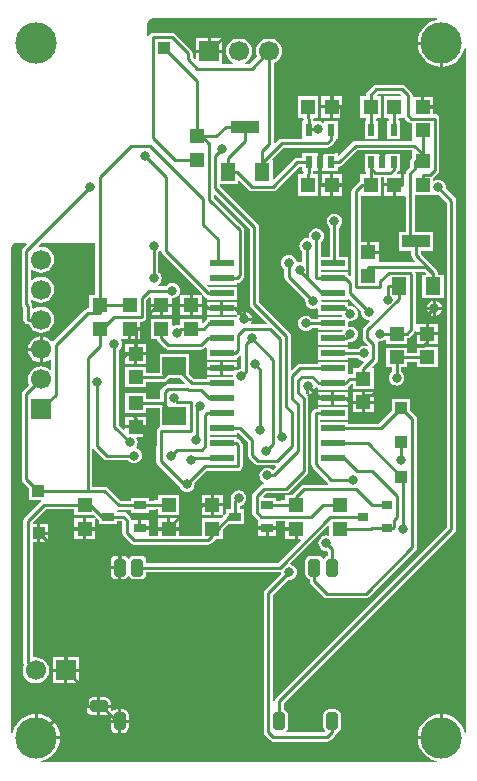
<source format=gtl>
%FSLAX44Y44*%
%MOMM*%
G71*
G01*
G75*
G04 Layer_Physical_Order=1*
G04 Layer_Color=255*
%ADD10R,1.3000X1.2000*%
%ADD11R,1.0000X1.0000*%
%ADD12R,1.0000X0.8000*%
%ADD13R,2.0000X1.6000*%
%ADD14R,1.0000X1.0000*%
G04:AMPARAMS|DCode=15|XSize=1.5mm|YSize=1mm|CornerRadius=0.25mm|HoleSize=0mm|Usage=FLASHONLY|Rotation=270.000|XOffset=0mm|YOffset=0mm|HoleType=Round|Shape=RoundedRectangle|*
%AMROUNDEDRECTD15*
21,1,1.5000,0.5000,0,0,270.0*
21,1,1.0000,1.0000,0,0,270.0*
1,1,0.5000,-0.2500,-0.5000*
1,1,0.5000,-0.2500,0.5000*
1,1,0.5000,0.2500,0.5000*
1,1,0.5000,0.2500,-0.5000*
%
%ADD15ROUNDEDRECTD15*%
G04:AMPARAMS|DCode=16|XSize=1.5mm|YSize=1mm|CornerRadius=0.25mm|HoleSize=0mm|Usage=FLASHONLY|Rotation=180.000|XOffset=0mm|YOffset=0mm|HoleType=Round|Shape=RoundedRectangle|*
%AMROUNDEDRECTD16*
21,1,1.5000,0.5000,0,0,180.0*
21,1,1.0000,1.0000,0,0,180.0*
1,1,0.5000,-0.5000,0.2500*
1,1,0.5000,0.5000,0.2500*
1,1,0.5000,0.5000,-0.2500*
1,1,0.5000,-0.5000,-0.2500*
%
%ADD16ROUNDEDRECTD16*%
%ADD17R,2.0000X0.6000*%
%ADD18R,0.9000X0.8000*%
%ADD19R,1.3000X1.5000*%
%ADD20R,2.4000X1.1000*%
%ADD21R,1.2000X1.3000*%
%ADD22R,0.6000X1.0000*%
%ADD23C,0.2540*%
%ADD24C,1.7000*%
%ADD25R,1.7000X1.7000*%
%ADD26R,1.7000X1.7000*%
%ADD27C,3.5000*%
%ADD28C,0.8000*%
G36*
X1362040Y855460D02*
X1364536Y855460D01*
X1364559Y855450D01*
X1366266Y855226D01*
X1367240Y855354D01*
X1373557Y849037D01*
Y574271D01*
X1228753Y429467D01*
X1227911Y428207D01*
X1227651Y426896D01*
X1226387Y427020D01*
Y516805D01*
X1239054Y529472D01*
X1240028Y529344D01*
X1241735Y529568D01*
X1243326Y530227D01*
X1244692Y531276D01*
X1245741Y532642D01*
X1246400Y534233D01*
X1246624Y535940D01*
X1246400Y537647D01*
X1245741Y539238D01*
X1244692Y540604D01*
X1243326Y541653D01*
X1241735Y542312D01*
X1241524Y542340D01*
X1241116Y543542D01*
X1272787Y575213D01*
X1273960Y574727D01*
Y567817D01*
X1273005Y566979D01*
X1271524Y567174D01*
X1269817Y566950D01*
X1268226Y566291D01*
X1266860Y565242D01*
X1265811Y563876D01*
X1265152Y562285D01*
X1264928Y560578D01*
X1265152Y558871D01*
X1265811Y557280D01*
X1266860Y555914D01*
X1268226Y554865D01*
X1269817Y554206D01*
X1271524Y553982D01*
X1271660Y553999D01*
X1272615Y553162D01*
Y549863D01*
X1272033Y549748D01*
X1270366Y548633D01*
X1269635Y547539D01*
X1268365D01*
X1267634Y548633D01*
X1265967Y549748D01*
X1264000Y550139D01*
X1259000D01*
X1257034Y549748D01*
X1255367Y548633D01*
X1254253Y546966D01*
X1253861Y545000D01*
Y535000D01*
X1254253Y533033D01*
X1255367Y531366D01*
X1257034Y530252D01*
X1257616Y530137D01*
Y528320D01*
X1257616Y528320D01*
X1257616D01*
X1257911Y526833D01*
X1258753Y525573D01*
X1269421Y514905D01*
X1270682Y514063D01*
X1272168Y513767D01*
X1304798D01*
X1306285Y514063D01*
X1307545Y514905D01*
X1307545Y514905D01*
X1307545Y514905D01*
X1347169Y554529D01*
X1348011Y555789D01*
X1348307Y557276D01*
X1348307Y557276D01*
X1348307Y557276D01*
Y557276D01*
Y665578D01*
X1348011Y667065D01*
X1347169Y668325D01*
X1342540Y672954D01*
Y682540D01*
X1327460D01*
Y672954D01*
X1316241Y661734D01*
X1289540D01*
Y663390D01*
X1266519D01*
Y665010D01*
X1289540D01*
Y676090D01*
X1264460D01*
Y674435D01*
X1262634D01*
X1261147Y674139D01*
X1259887Y673297D01*
X1259045Y672036D01*
X1258749Y670550D01*
Y627380D01*
X1258749Y627380D01*
X1258749D01*
X1259045Y625893D01*
X1259887Y624633D01*
X1273095Y611425D01*
X1273128Y611404D01*
X1272759Y610188D01*
X1252864D01*
X1251377Y609893D01*
X1250117Y609050D01*
X1243253Y602187D01*
X1242821Y601540D01*
X1236960D01*
Y596885D01*
X1233924D01*
X1232437Y596589D01*
X1232132Y596385D01*
X1229040D01*
Y599040D01*
X1218587D01*
X1218101Y600214D01*
X1220809Y602921D01*
X1237742D01*
X1239229Y603217D01*
X1240489Y604059D01*
X1240489Y604059D01*
X1240489Y604059D01*
X1255221Y618791D01*
X1256063Y620051D01*
X1256359Y621538D01*
X1256359Y621538D01*
X1256359Y621538D01*
Y621538D01*
Y683260D01*
X1256063Y684747D01*
X1255221Y686007D01*
X1255221Y686007D01*
X1255221Y686007D01*
X1255213Y686016D01*
X1255776Y687077D01*
X1254506Y687244D01*
Y693677D01*
X1257046D01*
Y687245D01*
X1257483Y687302D01*
X1259074Y687961D01*
X1260440Y689010D01*
X1261489Y690376D01*
X1262148Y691967D01*
X1262183Y692238D01*
X1263340Y692763D01*
X1263941Y692361D01*
X1264460Y692258D01*
Y690410D01*
X1289540D01*
Y692544D01*
X1290527Y693203D01*
X1292787Y695463D01*
X1293960Y694977D01*
Y691460D01*
X1312040D01*
Y708540D01*
X1310751D01*
X1310265Y709713D01*
X1314085Y713533D01*
X1314927Y714793D01*
X1315223Y716280D01*
X1315223Y716280D01*
X1315223Y716280D01*
Y716280D01*
Y729170D01*
X1314927Y730657D01*
X1316314Y731583D01*
X1316736Y731528D01*
X1318443Y731752D01*
X1320034Y732411D01*
X1320821Y733015D01*
X1321960Y732453D01*
Y729460D01*
X1340040D01*
Y734178D01*
X1341213Y734411D01*
X1342473Y735253D01*
X1346153Y738933D01*
X1346745Y739819D01*
X1347960Y739450D01*
Y739270D01*
X1355730D01*
Y746540D01*
X1348189D01*
X1348189Y746540D01*
Y746540D01*
X1347960Y746540D01*
X1347291Y747209D01*
Y788416D01*
X1346995Y789903D01*
X1347317Y790506D01*
X1354751D01*
X1356044Y789213D01*
X1355558Y788040D01*
X1352960D01*
Y767960D01*
X1371040D01*
Y788040D01*
X1365885D01*
Y788751D01*
X1365885Y788751D01*
X1365885Y788751D01*
Y788751D01*
Y789686D01*
X1365589Y791173D01*
X1364747Y792433D01*
X1351385Y805795D01*
Y808210D01*
X1362040D01*
Y824290D01*
X1346529D01*
Y855460D01*
X1362040D01*
Y855460D01*
D02*
G37*
G36*
X1320460Y865270D02*
X1329003D01*
Y864002D01*
X1330270D01*
Y854960D01*
X1337540D01*
Y854960D01*
X1337861D01*
X1338759Y854062D01*
Y824290D01*
X1332960D01*
Y808210D01*
X1343615D01*
Y804186D01*
X1343911Y802699D01*
X1344753Y801439D01*
X1346743Y799449D01*
X1346257Y798275D01*
X1316040D01*
Y798460D01*
X1316040D01*
Y805730D01*
X1306998D01*
Y806998D01*
X1305730D01*
Y815540D01*
X1300555D01*
Y854960D01*
X1317540D01*
Y870425D01*
X1320460D01*
Y865270D01*
D02*
G37*
G36*
X1125000Y1005000D02*
Y1005000D01*
X1364864D01*
X1365051Y1003744D01*
X1361294Y1002604D01*
X1357812Y1000743D01*
X1354761Y998239D01*
X1352257Y995188D01*
X1350396Y991706D01*
X1349250Y987929D01*
X1348988Y985270D01*
X1369003D01*
Y984003D01*
X1370270D01*
Y963988D01*
X1372929Y964250D01*
X1376706Y965396D01*
X1380188Y967257D01*
X1383239Y969761D01*
X1385743Y972813D01*
X1387604Y976294D01*
X1388744Y980051D01*
X1390000Y979864D01*
Y400136D01*
X1388744Y399950D01*
X1387604Y403706D01*
X1385743Y407188D01*
X1383239Y410239D01*
X1380188Y412743D01*
X1376706Y414604D01*
X1372929Y415750D01*
X1370270Y416012D01*
Y395998D01*
X1369003D01*
Y394730D01*
X1348988D01*
X1349250Y392072D01*
X1350396Y388294D01*
X1352257Y384813D01*
X1354761Y381761D01*
X1357812Y379257D01*
X1361294Y377396D01*
X1365051Y376256D01*
X1364865Y375000D01*
X1030135D01*
X1029949Y376256D01*
X1033706Y377396D01*
X1037188Y379257D01*
X1040239Y381761D01*
X1042743Y384813D01*
X1044604Y388294D01*
X1045750Y392072D01*
X1046012Y394730D01*
X1025997D01*
Y395998D01*
X1024730D01*
Y416012D01*
X1022072Y415750D01*
X1018294Y414604D01*
X1014812Y412743D01*
X1011761Y410239D01*
X1009257Y407188D01*
X1007396Y403706D01*
X1006254Y399941D01*
X1004997Y400127D01*
X1004902Y810000D01*
X1005290Y811951D01*
X1006395Y813605D01*
X1008049Y814710D01*
X1009904Y815079D01*
X1010000Y815000D01*
Y815000D01*
X1010000Y815000D01*
X1017644Y814993D01*
X1018130Y813819D01*
X1014777Y810467D01*
X1013935Y809207D01*
X1013639Y807720D01*
Y763016D01*
X1013935Y761529D01*
X1014777Y760269D01*
X1014909Y760137D01*
Y749850D01*
X1015205Y748364D01*
X1016047Y747103D01*
X1017307Y746261D01*
X1018794Y745965D01*
X1019660D01*
X1020357Y744283D01*
X1022126Y741976D01*
X1024432Y740207D01*
X1027118Y739094D01*
X1030000Y738715D01*
X1032882Y739094D01*
X1035568Y740207D01*
X1037874Y741976D01*
X1039643Y744283D01*
X1040756Y746968D01*
X1041135Y749850D01*
X1040756Y752732D01*
X1039643Y755418D01*
X1037874Y757724D01*
X1035568Y759494D01*
X1032882Y760606D01*
X1030000Y760985D01*
X1027118Y760606D01*
X1024432Y759494D01*
X1023818Y759022D01*
X1022679Y759584D01*
Y761746D01*
X1022383Y763233D01*
X1021541Y764493D01*
X1021409Y764625D01*
Y766491D01*
X1022548Y767053D01*
X1024432Y765607D01*
X1027118Y764494D01*
X1030000Y764115D01*
X1032882Y764494D01*
X1035568Y765607D01*
X1037874Y767376D01*
X1039643Y769682D01*
X1040756Y772368D01*
X1041135Y775250D01*
X1040756Y778132D01*
X1039643Y780818D01*
X1037874Y783124D01*
X1035568Y784894D01*
X1032882Y786006D01*
X1030000Y786385D01*
X1027118Y786006D01*
X1024432Y784894D01*
X1022548Y783447D01*
X1021409Y784009D01*
Y791891D01*
X1022548Y792453D01*
X1024432Y791007D01*
X1027118Y789894D01*
X1030000Y789515D01*
X1032882Y789894D01*
X1035568Y791007D01*
X1037874Y792776D01*
X1039643Y795082D01*
X1040756Y797768D01*
X1041135Y800650D01*
X1040756Y803532D01*
X1039643Y806218D01*
X1037874Y808524D01*
X1035568Y810294D01*
X1032882Y811406D01*
X1030000Y811785D01*
X1028599Y811601D01*
X1028038Y812740D01*
X1030279Y814981D01*
X1076115Y814938D01*
Y770540D01*
X1070960D01*
Y759535D01*
X1069594D01*
X1068107Y759239D01*
X1066847Y758397D01*
X1039966Y731516D01*
X1038699Y731599D01*
X1037874Y732674D01*
X1035568Y734444D01*
X1032882Y735556D01*
X1031270Y735768D01*
Y724798D01*
Y713832D01*
X1032882Y714044D01*
X1035568Y715157D01*
X1037392Y716557D01*
X1038531Y715995D01*
Y708205D01*
X1037392Y707643D01*
X1035568Y709044D01*
X1032882Y710156D01*
X1030000Y710535D01*
X1027118Y710156D01*
X1024432Y709044D01*
X1022126Y707274D01*
X1020357Y704968D01*
X1019244Y702282D01*
X1018865Y699400D01*
X1019244Y696518D01*
X1019941Y694835D01*
X1014777Y689671D01*
X1013935Y688411D01*
X1013639Y686924D01*
Y614816D01*
X1013639Y614816D01*
X1013639D01*
X1013935Y613330D01*
X1014777Y612069D01*
X1020110Y606736D01*
Y597150D01*
X1029586D01*
X1029955Y595935D01*
X1029673Y595747D01*
X1016301Y582375D01*
X1015459Y581115D01*
X1015163Y579628D01*
Y459552D01*
X1015459Y458065D01*
X1015638Y457798D01*
X1014844Y455882D01*
X1014465Y453000D01*
X1014844Y450118D01*
X1015957Y447432D01*
X1017726Y445126D01*
X1020033Y443356D01*
X1022718Y442244D01*
X1025600Y441865D01*
X1028482Y442244D01*
X1031168Y443356D01*
X1033474Y445126D01*
X1035244Y447432D01*
X1036356Y450118D01*
X1036735Y453000D01*
X1036356Y455882D01*
X1035244Y458568D01*
X1033474Y460874D01*
X1031168Y462643D01*
X1028482Y463756D01*
X1025600Y464135D01*
X1023887Y463910D01*
X1022933Y464747D01*
Y561460D01*
X1026730D01*
Y568998D01*
Y576540D01*
X1022933D01*
Y578019D01*
X1034029Y589115D01*
X1057960D01*
Y584460D01*
X1074672D01*
X1076419Y582713D01*
X1075933Y581540D01*
X1075933Y581540D01*
X1075933D01*
X1068270D01*
Y574270D01*
X1076040D01*
Y581433D01*
X1076852Y581769D01*
X1077214Y581919D01*
X1078879Y580253D01*
X1078960Y580199D01*
Y576460D01*
X1094040D01*
Y579115D01*
X1098211D01*
X1098983Y578343D01*
Y568960D01*
X1098983Y568960D01*
X1098983D01*
X1099279Y567473D01*
X1100121Y566213D01*
X1105963Y560371D01*
X1107223Y559529D01*
X1108710Y559233D01*
X1171698D01*
X1173185Y559529D01*
X1174445Y560371D01*
X1174445Y560371D01*
X1174445Y560371D01*
X1177747Y563673D01*
X1178273Y564460D01*
X1184040D01*
Y571970D01*
X1188530Y576460D01*
X1202040D01*
Y589540D01*
X1198385D01*
Y592281D01*
X1199063Y592370D01*
X1200654Y593029D01*
X1202020Y594078D01*
X1203069Y595444D01*
X1203728Y597035D01*
X1203952Y598742D01*
X1203728Y600449D01*
X1203069Y602040D01*
X1202020Y603406D01*
X1200654Y604455D01*
X1199063Y605114D01*
X1197356Y605338D01*
X1195649Y605114D01*
X1194058Y604455D01*
X1192692Y603406D01*
X1191643Y602040D01*
X1190984Y600449D01*
X1190760Y598742D01*
X1190935Y597409D01*
X1190911Y597373D01*
X1190615Y595886D01*
Y589540D01*
X1186960D01*
Y585834D01*
X1186829Y585747D01*
X1185213Y584131D01*
X1184802Y584302D01*
X1184040Y584617D01*
X1184040D01*
D01*
D01*
Y591730D01*
X1176270D01*
Y584460D01*
X1183772D01*
X1183893Y584436D01*
X1184224Y583636D01*
X1184369Y583287D01*
X1182622Y581540D01*
X1165960D01*
Y567003D01*
X1147040D01*
Y571730D01*
X1128960D01*
Y567003D01*
X1121040D01*
Y572230D01*
X1113497D01*
Y573498D01*
X1112230D01*
Y580040D01*
X1106735D01*
X1106457Y581439D01*
X1105615Y582699D01*
X1102567Y585747D01*
X1101307Y586589D01*
X1099820Y586885D01*
X1094600D01*
X1094172Y588080D01*
X1095022Y588778D01*
X1095838Y588616D01*
X1105960D01*
Y585960D01*
X1121040D01*
Y588616D01*
X1125474D01*
X1126961Y588911D01*
X1127266Y589115D01*
X1128960D01*
Y584460D01*
X1147040D01*
Y601540D01*
X1128960D01*
Y596885D01*
X1125974D01*
X1124487Y596589D01*
X1124182Y596385D01*
X1121040D01*
Y599040D01*
X1105960D01*
Y596385D01*
X1097447D01*
X1086395Y607437D01*
X1085134Y608279D01*
X1083648Y608575D01*
X1073479D01*
Y640058D01*
X1074694Y640427D01*
X1074721Y640386D01*
X1083108Y631999D01*
X1083108D01*
X1083108Y631999D01*
X1083108Y631999D01*
Y631999D01*
X1084369Y631157D01*
X1085855Y630861D01*
X1103701D01*
X1104300Y630082D01*
X1105666Y629033D01*
X1107257Y628374D01*
X1108964Y628150D01*
X1110671Y628374D01*
X1112262Y629033D01*
X1113628Y630082D01*
X1114677Y631448D01*
X1115336Y633039D01*
X1115560Y634746D01*
X1115336Y636453D01*
X1114677Y638044D01*
X1113628Y639410D01*
X1112262Y640459D01*
X1110671Y641118D01*
X1109826Y641229D01*
X1109818Y641258D01*
X1110867Y642624D01*
X1111526Y644215D01*
X1111750Y645922D01*
X1111526Y647629D01*
X1110867Y649220D01*
X1110789Y649321D01*
X1111351Y650460D01*
X1119040D01*
Y657730D01*
X1100960D01*
Y657269D01*
X1099787Y656783D01*
X1095831Y660739D01*
Y724225D01*
X1096610Y724824D01*
X1097659Y726190D01*
X1098318Y727781D01*
X1098542Y729488D01*
X1098318Y731195D01*
X1097659Y732786D01*
X1097991Y733460D01*
X1103730D01*
Y742003D01*
X1104997D01*
Y743270D01*
X1114040D01*
Y748209D01*
X1115314D01*
X1116801Y748505D01*
X1118061Y749347D01*
X1118903Y750607D01*
X1119199Y752094D01*
Y766487D01*
X1121786Y769075D01*
X1122960Y768589D01*
Y763270D01*
X1141040D01*
Y767690D01*
X1141222Y767850D01*
X1142929Y768074D01*
X1144520Y768733D01*
X1145886Y769782D01*
X1146757Y770917D01*
X1147960Y770508D01*
Y763270D01*
X1155730D01*
Y770540D01*
X1147960D01*
X1147960Y770540D01*
X1147960D01*
X1146935Y771148D01*
X1147594Y772739D01*
X1147818Y774446D01*
X1147594Y776153D01*
X1146935Y777744D01*
X1145886Y779110D01*
X1144520Y780159D01*
X1142929Y780818D01*
X1141222Y781042D01*
X1139515Y780818D01*
X1137924Y780159D01*
X1136558Y779110D01*
X1135959Y778331D01*
X1129683D01*
X1129275Y779533D01*
X1130138Y780196D01*
X1131187Y781562D01*
X1131846Y783153D01*
X1132070Y784860D01*
X1131846Y786567D01*
X1131187Y788158D01*
X1130138Y789524D01*
X1129359Y790123D01*
Y807283D01*
X1130138Y807882D01*
X1130697Y808610D01*
X1131900Y808202D01*
Y807824D01*
X1132195Y806337D01*
X1133037Y805077D01*
X1166401Y771713D01*
X1165915Y770540D01*
X1158270D01*
Y763270D01*
X1166040D01*
Y770415D01*
X1167213Y770901D01*
X1168711Y769403D01*
X1169972Y768561D01*
X1170460Y768464D01*
Y766610D01*
X1195540D01*
Y777690D01*
X1171412D01*
X1170332Y778770D01*
Y779182D01*
X1170460Y779310D01*
X1170479Y779310D01*
X1170479Y779310D01*
Y779310D01*
X1195540D01*
Y780965D01*
X1195822D01*
X1197308Y781261D01*
X1198569Y782103D01*
X1201119Y784653D01*
X1201961Y785913D01*
X1202257Y787400D01*
Y825436D01*
X1201961Y826923D01*
X1201119Y828183D01*
X1176349Y852953D01*
Y855146D01*
X1177522Y855632D01*
X1206679Y826475D01*
Y763270D01*
X1206679Y763270D01*
X1206679D01*
X1206975Y761783D01*
X1207817Y760523D01*
X1221348Y746992D01*
X1220862Y745819D01*
X1208639D01*
X1207933Y746875D01*
X1208554Y748372D01*
X1208611Y748810D01*
X1202179D01*
Y750077D01*
X1200912D01*
Y756509D01*
X1200475Y756451D01*
X1198884Y755792D01*
X1197518Y754744D01*
X1196983Y754047D01*
X1196253Y753900D01*
X1195611Y754118D01*
X1195611D01*
D01*
X1195540Y754142D01*
Y758180D01*
X1184270D01*
Y753910D01*
X1195540D01*
D01*
Y753910D01*
D01*
Y753910D01*
X1195540D01*
D01*
X1196226Y753517D01*
X1195900Y752290D01*
X1195540D01*
Y752290D01*
X1170460D01*
Y750042D01*
X1169643Y749497D01*
X1167213Y747066D01*
X1166040Y747552D01*
Y750540D01*
X1147960D01*
Y745747D01*
X1147168Y745589D01*
X1146766Y745321D01*
X1145540Y745482D01*
X1143833Y745258D01*
X1142242Y744599D01*
X1142179Y744550D01*
X1141040Y745112D01*
Y750540D01*
X1122960D01*
Y733460D01*
X1128260D01*
X1128346Y733026D01*
X1128411Y732702D01*
X1129253Y731442D01*
X1135173Y725522D01*
X1136433Y724680D01*
X1137920Y724384D01*
X1165657D01*
X1167143Y724680D01*
X1168404Y725522D01*
X1168404Y725522D01*
X1168404Y725522D01*
X1169287Y726405D01*
X1170460Y725919D01*
Y715810D01*
X1195540D01*
Y717712D01*
X1195784Y717761D01*
X1197045Y718603D01*
X1198140Y719698D01*
X1199313Y719212D01*
Y708355D01*
X1197935Y708174D01*
X1196596Y707619D01*
X1195540Y708324D01*
Y707380D01*
X1184270D01*
Y703110D01*
X1192255D01*
X1192661Y702647D01*
X1192137Y701490D01*
X1170460D01*
Y699835D01*
X1159409D01*
X1155540Y703704D01*
Y721290D01*
X1130460D01*
Y704884D01*
X1119040D01*
Y709540D01*
X1100960D01*
Y692460D01*
X1119040D01*
Y697115D01*
X1133250D01*
X1134736Y697411D01*
X1135997Y698253D01*
X1135997Y698253D01*
X1135997Y698253D01*
X1137954Y700210D01*
X1148046D01*
X1152128Y696128D01*
X1151642Y694955D01*
X1137412D01*
X1135925Y694659D01*
X1134665Y693817D01*
X1131935Y691087D01*
X1131093Y689827D01*
X1130797Y688340D01*
Y682885D01*
X1119040D01*
Y687540D01*
X1100960D01*
Y670460D01*
X1119040D01*
Y675115D01*
X1130460D01*
Y659196D01*
X1130387Y659183D01*
X1130364Y659168D01*
X1130337Y659163D01*
X1129729Y658757D01*
X1129115Y658358D01*
X1129100Y658336D01*
X1129077Y658321D01*
X1128671Y657713D01*
X1128256Y657110D01*
X1128250Y657083D01*
X1128235Y657061D01*
X1128092Y656343D01*
X1127940Y655627D01*
X1127852Y649214D01*
X1127676Y636387D01*
D01*
X1127589Y629973D01*
X1127594Y629947D01*
X1127588Y629920D01*
X1127731Y629203D01*
X1127864Y628483D01*
X1127879Y628460D01*
X1127884Y628433D01*
X1128291Y627825D01*
X1128689Y627211D01*
X1128711Y627196D01*
X1128726Y627173D01*
X1147012Y608888D01*
X1147042Y608655D01*
X1147701Y607064D01*
X1148750Y605698D01*
X1150116Y604649D01*
X1151707Y603990D01*
X1153414Y603766D01*
X1155121Y603990D01*
X1156712Y604649D01*
X1158078Y605698D01*
X1159127Y607064D01*
X1159786Y608655D01*
X1160010Y610362D01*
X1159882Y611336D01*
X1170263Y621717D01*
X1196848D01*
X1198335Y622013D01*
X1199595Y622855D01*
X1200437Y624115D01*
X1200733Y625602D01*
Y643636D01*
X1200437Y645123D01*
X1199595Y646383D01*
X1198081Y647897D01*
X1196821Y648739D01*
X1195540Y648994D01*
Y650690D01*
X1173047D01*
Y652310D01*
X1195540D01*
Y653965D01*
X1197271D01*
X1205155Y646081D01*
Y635508D01*
X1205155Y635508D01*
X1205155D01*
X1205451Y634021D01*
X1206293Y632761D01*
X1211373Y627681D01*
X1212633Y626839D01*
X1214120Y626543D01*
X1228436D01*
X1228922Y625370D01*
X1226195Y622644D01*
X1226150Y622646D01*
X1224784Y623695D01*
X1223193Y624354D01*
X1221486Y624578D01*
X1219779Y624354D01*
X1218188Y623695D01*
X1216822Y622646D01*
X1215773Y621280D01*
X1215114Y619689D01*
X1214890Y617982D01*
X1215114Y616275D01*
X1215773Y614684D01*
X1216822Y613318D01*
X1218188Y612269D01*
X1219070Y611904D01*
X1218945Y610640D01*
X1217713Y610395D01*
X1216453Y609553D01*
X1209849Y602949D01*
X1209007Y601689D01*
X1208711Y600202D01*
Y586740D01*
X1208711Y586740D01*
X1208711D01*
X1209007Y585253D01*
X1209849Y583993D01*
X1213405Y580437D01*
X1213967Y580062D01*
X1213960Y580040D01*
X1213960D01*
X1213960Y580040D01*
Y574770D01*
X1229040D01*
Y579299D01*
X1236960D01*
Y574270D01*
X1246003D01*
Y573003D01*
X1247270D01*
Y564460D01*
X1249387D01*
X1249873Y563287D01*
X1230475Y543889D01*
X1119139D01*
Y545000D01*
X1118747Y546966D01*
X1117634Y548633D01*
X1115966Y549748D01*
X1114000Y550139D01*
X1109000D01*
X1107033Y549748D01*
X1105366Y548633D01*
X1104635Y547539D01*
X1103365D01*
X1102634Y548633D01*
X1100967Y549748D01*
X1099000Y550139D01*
X1097770D01*
Y539997D01*
Y529861D01*
X1099000D01*
X1100967Y530252D01*
X1102634Y531366D01*
X1103365Y532461D01*
X1104635D01*
X1105366Y531366D01*
X1107033Y530252D01*
X1109000Y529861D01*
X1114000D01*
X1115966Y530252D01*
X1117634Y531366D01*
X1118747Y533033D01*
X1119139Y535000D01*
Y536119D01*
X1232084D01*
X1232463Y536195D01*
X1233020Y535796D01*
X1233124Y534530D01*
X1219755Y521161D01*
X1218913Y519901D01*
X1218617Y518414D01*
Y400812D01*
X1218617Y400812D01*
X1218617D01*
X1218913Y399325D01*
X1219755Y398065D01*
X1224073Y393747D01*
X1224073D01*
X1224073Y393747D01*
X1224073Y393747D01*
Y393747D01*
X1225333Y392905D01*
X1226820Y392609D01*
X1272540D01*
X1274027Y392905D01*
X1275287Y393747D01*
X1279247Y397707D01*
X1280089Y398967D01*
X1280143Y399241D01*
X1280319Y400124D01*
X1280966Y400253D01*
X1282634Y401367D01*
X1283747Y403034D01*
X1284139Y405000D01*
Y415000D01*
X1283747Y416967D01*
X1282634Y418634D01*
X1280966Y419748D01*
X1279000Y420139D01*
X1274000D01*
X1272033Y419748D01*
X1270366Y418634D01*
X1269252Y416967D01*
X1268861Y415000D01*
Y405000D01*
X1269252Y403034D01*
X1270278Y401499D01*
X1269679Y400379D01*
X1238321D01*
X1237722Y401499D01*
X1238748Y403034D01*
X1239139Y405000D01*
Y415000D01*
X1238748Y416967D01*
X1237634Y418634D01*
X1235967Y419748D01*
X1235385Y419864D01*
Y425111D01*
X1380189Y569915D01*
X1381031Y571175D01*
X1381080Y571422D01*
X1381327Y572662D01*
Y850646D01*
X1381031Y852133D01*
X1380189Y853393D01*
X1372734Y860848D01*
X1372862Y861822D01*
X1372638Y863529D01*
X1371979Y865120D01*
X1370930Y866486D01*
X1369564Y867535D01*
X1367973Y868194D01*
X1366266Y868418D01*
X1364559Y868194D01*
X1363096Y867588D01*
X1362040Y868293D01*
Y869374D01*
X1366219Y873553D01*
X1367061Y874813D01*
X1367061Y874813D01*
X1367061Y874813D01*
X1367357Y876300D01*
Y919988D01*
X1367061Y921475D01*
X1366219Y922735D01*
X1364959Y923577D01*
X1363472Y923873D01*
X1362040D01*
Y928730D01*
X1352997D01*
Y929998D01*
X1351730D01*
Y938540D01*
X1344751D01*
Y939800D01*
X1344455Y941287D01*
X1343613Y942547D01*
X1338533Y947627D01*
X1337273Y948469D01*
X1335786Y948765D01*
X1313942D01*
X1312702Y948518D01*
X1312455Y948469D01*
X1311195Y947627D01*
X1306253Y942685D01*
X1305411Y941425D01*
X1305116Y939938D01*
Y939040D01*
X1300460D01*
Y920960D01*
X1305116D01*
Y920488D01*
X1305357Y919272D01*
X1304801Y918593D01*
X1304347Y918290D01*
X1303960D01*
Y903210D01*
X1315040D01*
Y918290D01*
X1313385D01*
Y919988D01*
X1313375Y920035D01*
X1314135Y920960D01*
X1317540D01*
Y939040D01*
X1315255D01*
X1314769Y940213D01*
X1315551Y940995D01*
X1334140D01*
X1334845Y939939D01*
X1334473Y939040D01*
X1320460D01*
Y920960D01*
X1323817D01*
X1324615Y919988D01*
Y918290D01*
X1322960D01*
Y903210D01*
X1334040D01*
Y918290D01*
X1333654D01*
X1333199Y918595D01*
X1332643Y919272D01*
X1332885Y920488D01*
Y920960D01*
X1337501D01*
X1337817Y920488D01*
X1338119Y920035D01*
X1340913Y917241D01*
X1342173Y916399D01*
X1342420Y916350D01*
X1343660Y916103D01*
X1343960D01*
Y901460D01*
D01*
Y901460D01*
X1343525Y901025D01*
X1296280D01*
X1294794Y900729D01*
X1293533Y899887D01*
X1282213Y888567D01*
X1281040Y889053D01*
Y890790D01*
X1267270D01*
Y883247D01*
Y875710D01*
X1281040D01*
Y879273D01*
X1282298D01*
X1283785Y879569D01*
X1285045Y880411D01*
X1297889Y893255D01*
X1343960D01*
Y892540D01*
X1343960D01*
Y886916D01*
X1343707Y886747D01*
X1342865Y885487D01*
X1342569Y884000D01*
Y879179D01*
X1339897Y876507D01*
X1339055Y875247D01*
X1338759Y873760D01*
Y873040D01*
X1337540D01*
Y873040D01*
X1331720D01*
X1331247Y874183D01*
X1332089Y875443D01*
X1332142Y875710D01*
X1334040D01*
Y890790D01*
X1320270D01*
Y883247D01*
X1317730D01*
Y890790D01*
X1303960D01*
Y875710D01*
X1303960D01*
X1305388Y874754D01*
X1305409Y874728D01*
X1305116Y873252D01*
Y873040D01*
X1300460D01*
Y867453D01*
X1299403Y866747D01*
X1293923Y861267D01*
X1293081Y860007D01*
X1292785Y858520D01*
Y786998D01*
X1291612Y786512D01*
X1290527Y787597D01*
X1289540Y788256D01*
Y790390D01*
X1267074D01*
Y792010D01*
X1289540D01*
Y803090D01*
X1282267D01*
Y827857D01*
X1283046Y828456D01*
X1284095Y829822D01*
X1284754Y831413D01*
X1284978Y833120D01*
X1284754Y834827D01*
X1284095Y836418D01*
X1283046Y837784D01*
X1281680Y838833D01*
X1280089Y839492D01*
X1278382Y839716D01*
X1276675Y839492D01*
X1275084Y838833D01*
X1273718Y837784D01*
X1272669Y836418D01*
X1272010Y834827D01*
X1271786Y833120D01*
X1272010Y831413D01*
X1272669Y829822D01*
X1273718Y828456D01*
X1274497Y827857D01*
Y803090D01*
X1267074D01*
Y815348D01*
X1267854Y815946D01*
X1268902Y817312D01*
X1269561Y818903D01*
X1269786Y820611D01*
X1269561Y822318D01*
X1268902Y823909D01*
X1267854Y825275D01*
X1266488Y826323D01*
X1264897Y826982D01*
X1263190Y827207D01*
X1261482Y826982D01*
X1259892Y826323D01*
X1258525Y825275D01*
X1257477Y823909D01*
X1256818Y822318D01*
X1256593Y820611D01*
X1256677Y819973D01*
X1255779Y819075D01*
X1255268Y819142D01*
X1253561Y818918D01*
X1251970Y818259D01*
X1250604Y817210D01*
X1249555Y815844D01*
X1248896Y814253D01*
X1248672Y812546D01*
X1248896Y810839D01*
X1249555Y809248D01*
X1250604Y807882D01*
X1251383Y807283D01*
Y799494D01*
X1250428Y798657D01*
X1249172Y798822D01*
X1247465Y798598D01*
X1247293Y798527D01*
X1246193Y799162D01*
X1246146Y799521D01*
X1245487Y801112D01*
X1244438Y802478D01*
X1243072Y803527D01*
X1241481Y804186D01*
X1239774Y804410D01*
X1238067Y804186D01*
X1236476Y803527D01*
X1235110Y802478D01*
X1234061Y801112D01*
X1233402Y799521D01*
X1233178Y797814D01*
X1233402Y796107D01*
X1234061Y794516D01*
X1235110Y793150D01*
X1235889Y792551D01*
Y785876D01*
X1235889Y785876D01*
X1235889D01*
X1236185Y784389D01*
X1237027Y783129D01*
X1253880Y766276D01*
X1253752Y765302D01*
X1253976Y763595D01*
X1254635Y762004D01*
X1255684Y760638D01*
X1257050Y759589D01*
X1258641Y758930D01*
X1260348Y758706D01*
X1262055Y758930D01*
X1263404Y759489D01*
X1264460Y758783D01*
Y753910D01*
X1284509D01*
X1285033Y752753D01*
X1284626Y752290D01*
X1264460D01*
Y750635D01*
X1259504D01*
X1258906Y751414D01*
X1257540Y752462D01*
X1255949Y753121D01*
X1254242Y753346D01*
X1252535Y753121D01*
X1250944Y752462D01*
X1249577Y751414D01*
X1248529Y750048D01*
X1247870Y748457D01*
X1247645Y746750D01*
X1247870Y745043D01*
X1248529Y743452D01*
X1249577Y742085D01*
X1250944Y741037D01*
X1252535Y740378D01*
X1254242Y740153D01*
X1255949Y740378D01*
X1257540Y741037D01*
X1258906Y742085D01*
X1259504Y742865D01*
X1264460D01*
Y741210D01*
X1285111D01*
X1285445Y740710D01*
X1284846Y739590D01*
X1264460D01*
Y728510D01*
X1289540D01*
Y730416D01*
X1289764Y730461D01*
X1290125Y730702D01*
X1290805Y731156D01*
X1291844Y731020D01*
X1293551Y731244D01*
X1295142Y731903D01*
X1296508Y732952D01*
X1297557Y734318D01*
X1298216Y735909D01*
X1298440Y737616D01*
X1298216Y739323D01*
X1297557Y740914D01*
X1296508Y742280D01*
X1295142Y743329D01*
X1293551Y743988D01*
X1291844Y744212D01*
X1290495Y744035D01*
X1289540Y744872D01*
Y747632D01*
X1290495Y748469D01*
X1291844Y748292D01*
X1293551Y748516D01*
X1295142Y749175D01*
X1296508Y750224D01*
X1297557Y751590D01*
X1298216Y753181D01*
X1298440Y754888D01*
X1298216Y756595D01*
X1297557Y758186D01*
X1296508Y759552D01*
X1295142Y760601D01*
X1293551Y761260D01*
X1291844Y761484D01*
X1290870Y761356D01*
X1290029Y762197D01*
X1289540Y762523D01*
Y764990D01*
X1267853D01*
X1267329Y766147D01*
X1267735Y766610D01*
X1289540D01*
Y767057D01*
X1290714Y767543D01*
X1301124Y757132D01*
X1300996Y756158D01*
X1301220Y754451D01*
X1301879Y752860D01*
X1302928Y751494D01*
X1304294Y750445D01*
X1305885Y749786D01*
X1307592Y749562D01*
X1307853Y749596D01*
X1308415Y748457D01*
X1303511Y743553D01*
X1302669Y742293D01*
X1302373Y740806D01*
Y734250D01*
X1302669Y732763D01*
X1303511Y731503D01*
X1306429Y728586D01*
X1305744Y727561D01*
X1305647D01*
X1305235Y727732D01*
X1303528Y727956D01*
X1301821Y727732D01*
X1300230Y727073D01*
X1298864Y726024D01*
X1298257Y725235D01*
X1289540D01*
Y726890D01*
X1264460D01*
Y715810D01*
X1289540D01*
Y717465D01*
X1298273D01*
X1298864Y716696D01*
X1300230Y715647D01*
X1301821Y714988D01*
X1302811Y714858D01*
X1303220Y713655D01*
X1300253Y710689D01*
X1299411Y709429D01*
X1299234Y708540D01*
X1293960D01*
Y703885D01*
X1291830D01*
X1290590Y703638D01*
X1290522Y703624D01*
X1290075Y703992D01*
X1289540Y704791D01*
Y714190D01*
X1264460D01*
Y712534D01*
X1249680D01*
X1248193Y712239D01*
X1246933Y711397D01*
X1242864Y707327D01*
X1241691Y707814D01*
Y736028D01*
X1241395Y737515D01*
X1240553Y738775D01*
X1214449Y764879D01*
Y828084D01*
X1214153Y829571D01*
X1213311Y830831D01*
X1181429Y862713D01*
Y864960D01*
X1197040D01*
Y866893D01*
X1198213Y867379D01*
X1205755Y859837D01*
X1205755D01*
X1205755Y859837D01*
X1205755Y859837D01*
Y859837D01*
X1207015Y858995D01*
X1208502Y858699D01*
X1226312D01*
X1227799Y858995D01*
X1229059Y859837D01*
X1248587Y879365D01*
X1250960D01*
Y875710D01*
X1250960D01*
X1252388Y874754D01*
X1252409Y874728D01*
X1252115Y873252D01*
Y873040D01*
X1247460D01*
Y854960D01*
X1264540D01*
Y873040D01*
X1260969D01*
X1260385Y873752D01*
X1260385D01*
X1260385Y873752D01*
Y873752D01*
Y875710D01*
X1264730D01*
Y883247D01*
Y890790D01*
X1250960D01*
Y887135D01*
X1246978D01*
X1245738Y886888D01*
X1245491Y886839D01*
X1244231Y885997D01*
X1227213Y868979D01*
X1226040Y869465D01*
Y885040D01*
X1226040Y885040D01*
X1226040D01*
X1225730Y885789D01*
X1235309Y895369D01*
X1272380D01*
X1273867Y895665D01*
X1275127Y896507D01*
X1278247Y899627D01*
X1279089Y900888D01*
X1279385Y902374D01*
Y903210D01*
X1281040D01*
Y918290D01*
X1269960D01*
Y916774D01*
X1268821Y916212D01*
X1267710Y917065D01*
X1266119Y917724D01*
X1264412Y917948D01*
X1262705Y917724D01*
X1262040Y918168D01*
Y918290D01*
X1260385D01*
Y919988D01*
X1261182Y920960D01*
X1264540D01*
Y939040D01*
X1247460D01*
Y920960D01*
X1252115D01*
Y920488D01*
X1252357Y919272D01*
X1251801Y918593D01*
X1251347Y918290D01*
X1250960D01*
Y903210D01*
D01*
Y903210D01*
X1250889Y903139D01*
X1233700D01*
X1232460Y902892D01*
X1232214Y902843D01*
X1230954Y902001D01*
X1228108Y899156D01*
X1226935Y899641D01*
Y966909D01*
X1228618Y967606D01*
X1230924Y969376D01*
X1232693Y971682D01*
X1233806Y974368D01*
X1234185Y977250D01*
X1233806Y980132D01*
X1232693Y982817D01*
X1230924Y985124D01*
X1228618Y986893D01*
X1225932Y988006D01*
X1223050Y988385D01*
X1220168Y988006D01*
X1217483Y986893D01*
X1215176Y985124D01*
X1213407Y982817D01*
X1212294Y980132D01*
X1211915Y977250D01*
X1212294Y974368D01*
X1212991Y972685D01*
X1206597Y966291D01*
X1203296D01*
X1203048Y967536D01*
X1203218Y967606D01*
X1205524Y969376D01*
X1207293Y971682D01*
X1208406Y974368D01*
X1208785Y977250D01*
X1208406Y980132D01*
X1207293Y982817D01*
X1205524Y985124D01*
X1203218Y986893D01*
X1200532Y988006D01*
X1197650Y988385D01*
X1194768Y988006D01*
X1192083Y986893D01*
X1189776Y985124D01*
X1188007Y982817D01*
X1186894Y980132D01*
X1186515Y977250D01*
X1186894Y974368D01*
X1188007Y971682D01*
X1189776Y969376D01*
X1192083Y967606D01*
X1192252Y967536D01*
X1192004Y966291D01*
X1183290D01*
Y975980D01*
X1161210D01*
Y970653D01*
X1160037Y970167D01*
X1158315Y971889D01*
Y975360D01*
X1158019Y976847D01*
X1157177Y978107D01*
X1143715Y991569D01*
X1142455Y992411D01*
X1140968Y992707D01*
X1124966D01*
X1123479Y992411D01*
X1122219Y991569D01*
X1121377Y990309D01*
X1121264Y989740D01*
X1120000Y989864D01*
Y1000000D01*
X1120000D01*
X1119921Y1000096D01*
X1120290Y1001951D01*
X1121395Y1003605D01*
X1123049Y1004710D01*
X1124904Y1005079D01*
X1125000Y1005000D01*
D02*
G37*
%LPC*%
G36*
X1229040Y572230D02*
X1222770D01*
Y566960D01*
X1229040D01*
Y572230D01*
D02*
G37*
G36*
X1121040Y580040D02*
X1114770D01*
Y574770D01*
X1121040D01*
Y580040D01*
D02*
G37*
G36*
X1173730Y601540D02*
X1165960D01*
Y594270D01*
X1173730D01*
Y601540D01*
D02*
G37*
G36*
Y591730D02*
X1165960D01*
Y584460D01*
X1173730D01*
Y591730D01*
D02*
G37*
G36*
X1147040Y581540D02*
X1139270D01*
Y574270D01*
X1147040D01*
Y581540D01*
D02*
G37*
G36*
X1136730D02*
X1128960D01*
Y574270D01*
X1136730D01*
Y581540D01*
D02*
G37*
G36*
X1035540Y576540D02*
X1029270D01*
Y570270D01*
X1035540D01*
Y576540D01*
D02*
G37*
G36*
X1065730Y581540D02*
X1057960D01*
Y574270D01*
X1065730D01*
Y581540D01*
D02*
G37*
G36*
X1184040Y601540D02*
X1176270D01*
Y594270D01*
X1184040D01*
Y601540D01*
D02*
G37*
G36*
X1301730Y688540D02*
X1293960D01*
Y681270D01*
X1301730D01*
Y688540D01*
D02*
G37*
G36*
X1289540Y681980D02*
X1278270D01*
Y677710D01*
X1289540D01*
Y681980D01*
D02*
G37*
G36*
X1312040Y688540D02*
X1304270D01*
Y681270D01*
X1312040D01*
Y688540D01*
D02*
G37*
G36*
X1289540Y688790D02*
X1278270D01*
Y684520D01*
X1289540D01*
Y688790D01*
D02*
G37*
G36*
X1275730D02*
X1264460D01*
Y684520D01*
X1275730D01*
Y688790D01*
D02*
G37*
G36*
X1119040Y667540D02*
X1111270D01*
Y660270D01*
X1119040D01*
Y667540D01*
D02*
G37*
G36*
X1108730D02*
X1100960D01*
Y660270D01*
X1108730D01*
Y667540D01*
D02*
G37*
G36*
X1301730Y678730D02*
X1293960D01*
Y671460D01*
X1301730D01*
Y678730D01*
D02*
G37*
G36*
X1275730Y681980D02*
X1264460D01*
Y677710D01*
X1275730D01*
Y681980D01*
D02*
G37*
G36*
X1312040Y678730D02*
X1304270D01*
Y671460D01*
X1312040D01*
Y678730D01*
D02*
G37*
G36*
X1220230Y572230D02*
X1213960D01*
Y566960D01*
X1220230D01*
Y572230D01*
D02*
G37*
G36*
X1077730Y421230D02*
X1068861D01*
Y420000D01*
X1069253Y418034D01*
X1070367Y416366D01*
X1072034Y415252D01*
X1074000Y414861D01*
X1077730D01*
Y421230D01*
D02*
G37*
G36*
X1099000Y420139D02*
X1097770D01*
Y411270D01*
X1104139D01*
Y415000D01*
X1103748Y416967D01*
X1102634Y418634D01*
X1100967Y419748D01*
X1099000Y420139D01*
D02*
G37*
G36*
X1084000Y430139D02*
X1080270D01*
Y423770D01*
X1089139D01*
Y425000D01*
X1088748Y426967D01*
X1087634Y428634D01*
X1085967Y429748D01*
X1084000Y430139D01*
D02*
G37*
G36*
X1077730D02*
X1074000D01*
X1072034Y429748D01*
X1070367Y428634D01*
X1069253Y426967D01*
X1068861Y425000D01*
Y423770D01*
X1077730D01*
Y430139D01*
D02*
G37*
G36*
X1089139Y421230D02*
X1080270D01*
Y414861D01*
X1084000D01*
X1085967Y415252D01*
X1087634Y416366D01*
X1087961Y416856D01*
X1089134Y416370D01*
X1088861Y415000D01*
Y411270D01*
X1095230D01*
Y420139D01*
X1094000D01*
X1092034Y419748D01*
X1090367Y418634D01*
X1090040Y418145D01*
X1088867Y418631D01*
X1089139Y420000D01*
Y421230D01*
D02*
G37*
G36*
X1367730Y416012D02*
X1365072Y415750D01*
X1361294Y414604D01*
X1357812Y412743D01*
X1354761Y410239D01*
X1352257Y407188D01*
X1350396Y403706D01*
X1349250Y399929D01*
X1348988Y397270D01*
X1367730D01*
Y416012D01*
D02*
G37*
G36*
X1027270D02*
Y397270D01*
X1046012D01*
X1045750Y399929D01*
X1044604Y403706D01*
X1042743Y407188D01*
X1040239Y410239D01*
X1037188Y412743D01*
X1033706Y414604D01*
X1029929Y415750D01*
X1027270Y416012D01*
D02*
G37*
G36*
X1104139Y408730D02*
X1097770D01*
Y399861D01*
X1099000D01*
X1100967Y400253D01*
X1102634Y401367D01*
X1103748Y403034D01*
X1104139Y405000D01*
Y408730D01*
D02*
G37*
G36*
X1095230D02*
X1088861D01*
Y405000D01*
X1089253Y403034D01*
X1090367Y401367D01*
X1092034Y400253D01*
X1094000Y399861D01*
X1095230D01*
Y408730D01*
D02*
G37*
G36*
X1049730Y451730D02*
X1039960D01*
Y441960D01*
X1049730D01*
Y451730D01*
D02*
G37*
G36*
X1065730Y571730D02*
X1057960D01*
Y564460D01*
X1065730D01*
Y571730D01*
D02*
G37*
G36*
X1035540Y567730D02*
X1029270D01*
Y561460D01*
X1035540D01*
Y567730D01*
D02*
G37*
G36*
X1244730Y571730D02*
X1236960D01*
Y564460D01*
X1244730D01*
Y571730D01*
D02*
G37*
G36*
X1076040D02*
X1068270D01*
Y564460D01*
X1076040D01*
Y571730D01*
D02*
G37*
G36*
X1095230Y550139D02*
X1094000D01*
X1092034Y549748D01*
X1090367Y548633D01*
X1089253Y546966D01*
X1088861Y545000D01*
Y541270D01*
X1095230D01*
Y550139D01*
D02*
G37*
G36*
X1049730Y464040D02*
X1039960D01*
Y454270D01*
X1049730D01*
Y464040D01*
D02*
G37*
G36*
X1062040Y451730D02*
X1052270D01*
Y441960D01*
X1062040D01*
Y451730D01*
D02*
G37*
G36*
X1095230Y538730D02*
X1088861D01*
Y535000D01*
X1089253Y533033D01*
X1090367Y531366D01*
X1092034Y530252D01*
X1094000Y529861D01*
X1095230D01*
Y538730D01*
D02*
G37*
G36*
X1062040Y464040D02*
X1052270D01*
Y454270D01*
X1062040D01*
Y464040D01*
D02*
G37*
G36*
X1181730Y707380D02*
X1170460D01*
Y703110D01*
X1181730D01*
Y707380D01*
D02*
G37*
G36*
X1274730Y862730D02*
X1267460D01*
Y854960D01*
X1274730D01*
Y862730D01*
D02*
G37*
G36*
X1316040Y815540D02*
X1308270D01*
Y808270D01*
X1316040D01*
Y815540D01*
D02*
G37*
G36*
X1327730Y862730D02*
X1320460D01*
Y854960D01*
X1327730D01*
Y862730D01*
D02*
G37*
G36*
X1284540D02*
X1277270D01*
Y854960D01*
X1284540D01*
Y862730D01*
D02*
G37*
G36*
X1364234Y765889D02*
Y760730D01*
X1369393D01*
X1369336Y761167D01*
X1368677Y762758D01*
X1367628Y764124D01*
X1366262Y765173D01*
X1364671Y765832D01*
X1364234Y765889D01*
D02*
G37*
G36*
X1181730Y764990D02*
X1170460D01*
Y760720D01*
X1181730D01*
Y764990D01*
D02*
G37*
G36*
Y758180D02*
X1170460D01*
Y753910D01*
X1181730D01*
Y758180D01*
D02*
G37*
G36*
X1361694Y765889D02*
X1361257Y765832D01*
X1359666Y765173D01*
X1358300Y764124D01*
X1357251Y762758D01*
X1356592Y761167D01*
X1356535Y760730D01*
X1361694D01*
Y765889D01*
D02*
G37*
G36*
X1195540Y764990D02*
X1184270D01*
Y760720D01*
X1195540D01*
Y764990D01*
D02*
G37*
G36*
X1274730Y873040D02*
X1267460D01*
Y865270D01*
X1274730D01*
Y873040D01*
D02*
G37*
G36*
X1367730Y982730D02*
X1348988D01*
X1349250Y980071D01*
X1350396Y976294D01*
X1352257Y972813D01*
X1354761Y969761D01*
X1357812Y967257D01*
X1361294Y965396D01*
X1365072Y964250D01*
X1367730Y963988D01*
Y982730D01*
D02*
G37*
G36*
X1362040Y938540D02*
X1354270D01*
Y931270D01*
X1362040D01*
Y938540D01*
D02*
G37*
G36*
X1183290Y988290D02*
X1173520D01*
Y978520D01*
X1183290D01*
Y988290D01*
D02*
G37*
G36*
X1170980D02*
X1161210D01*
Y978520D01*
X1170980D01*
Y988290D01*
D02*
G37*
G36*
X1284540Y939040D02*
X1277270D01*
Y931270D01*
X1284540D01*
Y939040D01*
D02*
G37*
G36*
X1274730Y928730D02*
X1267460D01*
Y920960D01*
X1274730D01*
Y928730D01*
D02*
G37*
G36*
X1284540Y873040D02*
X1277270D01*
Y865270D01*
X1284540D01*
Y873040D01*
D02*
G37*
G36*
X1274730Y939040D02*
X1267460D01*
Y931270D01*
X1274730D01*
Y939040D01*
D02*
G37*
G36*
X1284540Y928730D02*
X1277270D01*
Y920960D01*
X1284540D01*
Y928730D01*
D02*
G37*
G36*
X1166040Y760730D02*
X1158270D01*
Y753460D01*
X1166040D01*
Y760730D01*
D02*
G37*
G36*
X1108730Y729540D02*
X1100960D01*
Y722270D01*
X1108730D01*
Y729540D01*
D02*
G37*
G36*
X1366040Y726540D02*
X1347960D01*
Y721884D01*
X1340040D01*
Y726540D01*
X1321960D01*
Y709460D01*
X1327115D01*
Y705795D01*
X1326336Y705196D01*
X1325287Y703830D01*
X1324628Y702239D01*
X1324404Y700532D01*
X1324628Y698825D01*
X1325287Y697234D01*
X1326336Y695868D01*
X1327702Y694819D01*
X1329293Y694160D01*
X1331000Y693936D01*
X1332707Y694160D01*
X1334298Y694819D01*
X1335665Y695868D01*
X1336713Y697234D01*
X1337372Y698825D01*
X1337597Y700532D01*
X1337372Y702239D01*
X1336713Y703830D01*
X1335665Y705196D01*
X1334885Y705795D01*
Y709460D01*
X1340040D01*
Y714115D01*
X1347960D01*
Y709460D01*
X1366040D01*
Y726540D01*
D02*
G37*
G36*
X1028730Y735768D02*
X1027118Y735556D01*
X1024432Y734444D01*
X1022126Y732674D01*
X1020357Y730368D01*
X1019244Y727682D01*
X1019032Y726070D01*
X1028730D01*
Y735768D01*
D02*
G37*
G36*
X1119040Y729540D02*
X1111270D01*
Y722270D01*
X1119040D01*
Y729540D01*
D02*
G37*
G36*
X1028730Y723530D02*
X1019032D01*
X1019244Y721918D01*
X1020357Y719232D01*
X1022126Y716926D01*
X1024432Y715157D01*
X1027118Y714044D01*
X1028730Y713832D01*
Y723530D01*
D02*
G37*
G36*
X1195540Y714190D02*
X1184270D01*
Y709920D01*
X1195540D01*
Y714190D01*
D02*
G37*
G36*
X1181730D02*
X1170460D01*
Y709920D01*
X1181730D01*
Y714190D01*
D02*
G37*
G36*
X1119040Y719730D02*
X1111270D01*
Y712460D01*
X1119040D01*
Y719730D01*
D02*
G37*
G36*
X1108730D02*
X1100960D01*
Y712460D01*
X1108730D01*
Y719730D01*
D02*
G37*
G36*
X1355730Y736730D02*
X1347960D01*
Y729460D01*
X1355730D01*
Y736730D01*
D02*
G37*
G36*
X1130730Y760730D02*
X1122960D01*
Y753460D01*
X1130730D01*
Y760730D01*
D02*
G37*
G36*
X1369393Y758190D02*
X1364234D01*
Y753031D01*
X1364671Y753088D01*
X1366262Y753747D01*
X1367628Y754796D01*
X1368677Y756162D01*
X1369336Y757753D01*
X1369393Y758190D01*
D02*
G37*
G36*
X1155730Y760730D02*
X1147960D01*
Y753460D01*
X1155730D01*
Y760730D01*
D02*
G37*
G36*
X1141040D02*
X1133270D01*
Y753460D01*
X1141040D01*
Y760730D01*
D02*
G37*
G36*
X1361694Y758190D02*
X1356535D01*
X1356592Y757753D01*
X1357251Y756162D01*
X1358300Y754796D01*
X1359666Y753747D01*
X1361257Y753088D01*
X1361694Y753031D01*
Y758190D01*
D02*
G37*
G36*
X1114040Y740730D02*
X1106270D01*
Y733460D01*
X1114040D01*
Y740730D01*
D02*
G37*
G36*
X1366040Y736730D02*
X1358270D01*
Y729460D01*
X1366040D01*
Y736730D01*
D02*
G37*
G36*
X1203452Y756509D02*
Y751350D01*
X1208611D01*
X1208554Y751787D01*
X1207895Y753378D01*
X1206846Y754744D01*
X1205480Y755792D01*
X1203889Y756451D01*
X1203452Y756509D01*
D02*
G37*
G36*
X1366040Y746540D02*
X1358270D01*
Y739270D01*
X1366040D01*
Y746540D01*
D02*
G37*
%LPD*%
D10*
X1353000Y930000D02*
D03*
Y910000D02*
D03*
X1175000Y593000D02*
D03*
Y573000D02*
D03*
X1246000D02*
D03*
Y593000D02*
D03*
X1067000Y573000D02*
D03*
Y593000D02*
D03*
X1138000Y573000D02*
D03*
Y593000D02*
D03*
X1105000Y742000D02*
D03*
Y762000D02*
D03*
X1080000D02*
D03*
Y742000D02*
D03*
X1357000Y738000D02*
D03*
Y718000D02*
D03*
X1132000Y762000D02*
D03*
Y742000D02*
D03*
X1303000Y680000D02*
D03*
Y700000D02*
D03*
X1157000Y762000D02*
D03*
Y742000D02*
D03*
X1331000Y718000D02*
D03*
Y738000D02*
D03*
X1110000Y679000D02*
D03*
Y659000D02*
D03*
X1110000Y701000D02*
D03*
Y721000D02*
D03*
X1283000Y573000D02*
D03*
Y593000D02*
D03*
X1162000Y905000D02*
D03*
Y885000D02*
D03*
X1353000Y884000D02*
D03*
Y864000D02*
D03*
X1307000Y787000D02*
D03*
Y807000D02*
D03*
D11*
X1134000Y980000D02*
D03*
X1028000Y569000D02*
D03*
X1027650Y604690D02*
D03*
D12*
X1221500Y573500D02*
D03*
Y592500D02*
D03*
X1194500Y583000D02*
D03*
X1113500Y573500D02*
D03*
Y592500D02*
D03*
X1086500Y583000D02*
D03*
D13*
X1143000Y668500D02*
D03*
Y710750D02*
D03*
D14*
X1335000Y617000D02*
D03*
Y646000D02*
D03*
Y675000D02*
D03*
D15*
X1096500Y540000D02*
D03*
X1276500Y410000D02*
D03*
X1231500D02*
D03*
X1096500D02*
D03*
X1111500Y540000D02*
D03*
X1261500D02*
D03*
X1276500D02*
D03*
D16*
X1079000Y422500D02*
D03*
D17*
X1277000Y632450D02*
D03*
Y645150D02*
D03*
Y657850D02*
D03*
Y670550D02*
D03*
Y683250D02*
D03*
Y695950D02*
D03*
Y708650D02*
D03*
Y721350D02*
D03*
Y734050D02*
D03*
Y746750D02*
D03*
Y759450D02*
D03*
Y772150D02*
D03*
Y784850D02*
D03*
Y797550D02*
D03*
X1183000Y632450D02*
D03*
Y645150D02*
D03*
Y657850D02*
D03*
Y670550D02*
D03*
Y683250D02*
D03*
Y695950D02*
D03*
Y708650D02*
D03*
Y721350D02*
D03*
Y734050D02*
D03*
Y746750D02*
D03*
Y759450D02*
D03*
Y772150D02*
D03*
Y784850D02*
D03*
Y797550D02*
D03*
D18*
X1323000Y573500D02*
D03*
Y592500D02*
D03*
X1303000Y583000D02*
D03*
D19*
X1188000Y875000D02*
D03*
X1217000D02*
D03*
X1333000Y778000D02*
D03*
X1362000D02*
D03*
D20*
X1202500Y913250D02*
D03*
X1347500Y816250D02*
D03*
D21*
X1276000Y930000D02*
D03*
X1256000D02*
D03*
X1329000D02*
D03*
X1309000D02*
D03*
X1276000Y864000D02*
D03*
X1256000D02*
D03*
X1309000D02*
D03*
X1329000D02*
D03*
D22*
X1256500Y883250D02*
D03*
X1266000D02*
D03*
X1275500D02*
D03*
Y910750D02*
D03*
X1256500D02*
D03*
X1309500Y883250D02*
D03*
X1319000D02*
D03*
X1328500D02*
D03*
Y910750D02*
D03*
X1309500D02*
D03*
D23*
X1085000Y745000D02*
X1092094Y752094D01*
X1085000Y744120D02*
Y745000D01*
X1131736Y649161D02*
X1131824Y655574D01*
X1131473Y629920D02*
X1131561Y636334D01*
X1131473Y629920D02*
X1151031Y610362D01*
X1027650Y604690D02*
X1083648D01*
X1117047Y742000D02*
X1121664Y737383D01*
Y728726D02*
Y737383D01*
Y728726D02*
X1127760Y722630D01*
X1115314Y752094D02*
Y768096D01*
X1092094Y752094D02*
X1115314D01*
X1263190Y784850D02*
Y820611D01*
Y784850D02*
X1277000D01*
X1249172Y791248D02*
X1255268Y785152D01*
X1249172Y791248D02*
Y792226D01*
X1255268Y785152D02*
Y812546D01*
X1172464Y851344D02*
Y898536D01*
X1166000Y905000D02*
X1172464Y898536D01*
X1162000Y905000D02*
X1166000D01*
X1157800Y695950D02*
X1183000D01*
X1143000Y710750D02*
X1157800Y695950D01*
X1221500Y592500D02*
X1233424D01*
X1233924Y593000D01*
X1246000D01*
X1113500Y592500D02*
X1125474D01*
X1125974Y593000D01*
X1138000D01*
X1256000Y920488D02*
X1256500Y919988D01*
X1256000Y920488D02*
Y930000D01*
X1132000Y762000D02*
X1157000D01*
X1168654D01*
X1171204Y759450D01*
X1277000Y683250D02*
X1288288D01*
X1291538Y680000D01*
X1303000D01*
X1028000Y569000D02*
X1045464D01*
X1049464Y573000D01*
X1067000D01*
X1138000D02*
X1146302D01*
X1166302Y593000D01*
X1175000D01*
X1221500Y573500D02*
X1233424D01*
X1233924Y573000D01*
X1246000D01*
X1079000Y422500D02*
X1081278D01*
X1093778Y410000D01*
X1096500D01*
X1080000Y762000D02*
X1105000D01*
X1067000Y593000D02*
X1071626D01*
X1081626Y583000D01*
X1086500D01*
X1309000Y864000D02*
Y873252D01*
X1309500Y873752D01*
X1331000Y718000D02*
X1357000D01*
X1162000Y905000D02*
X1178052D01*
X1186302Y913250D01*
X1202500D01*
X1188000Y875000D02*
Y886714D01*
X1202500Y901214D01*
Y913250D01*
X1256000Y864000D02*
Y873252D01*
X1256500Y873752D01*
Y883250D01*
X1328500Y910750D02*
Y919988D01*
X1329000Y920488D01*
Y930000D01*
X1309500Y910750D02*
Y919988D01*
X1309000Y920488D02*
X1309500Y919988D01*
X1309000Y920488D02*
Y930000D01*
X1353000Y890340D02*
Y910000D01*
X1328500Y876930D02*
Y883250D01*
X1325880Y874310D02*
X1328500Y876930D01*
X1313180Y874310D02*
X1325880D01*
X1309500Y877990D02*
X1313180Y874310D01*
X1309500Y877990D02*
Y883250D01*
X1169162Y708650D02*
X1183000D01*
X1155182Y722630D02*
X1169162Y708650D01*
X1127760Y722630D02*
X1155182D01*
X1172390Y746750D02*
X1183000D01*
X1167641Y742000D02*
X1172390Y746750D01*
X1157000Y742000D02*
X1167641D01*
X1356360Y794391D02*
X1362000Y788751D01*
X1307000Y794391D02*
X1356360D01*
X1307000Y787000D02*
Y794391D01*
X1017524Y614816D02*
X1027650Y604690D01*
X1017524Y614816D02*
Y686924D01*
X1030000Y699400D01*
X1353000Y930000D02*
X1361440D01*
X1369000Y937560D01*
Y984000D01*
X1329000Y812800D02*
Y864000D01*
X1323200Y807000D02*
X1329000Y812800D01*
X1307000Y807000D02*
X1323200D01*
X1276000Y930000D02*
Y969106D01*
X1255522Y989584D02*
X1276000Y969106D01*
X1184584Y989584D02*
X1255522D01*
X1172250Y977250D02*
X1184584Y989584D01*
X1026000Y396000D02*
X1052500Y422500D01*
X1266000Y864000D02*
X1276000D01*
X1266000D02*
Y883250D01*
X1188000Y875000D02*
X1196086D01*
X1208502Y862584D01*
X1226312D01*
X1246978Y883250D01*
X1256500D01*
X1069242Y422500D02*
X1079000D01*
X1069242D02*
Y434758D01*
X1051000Y453000D02*
X1069242Y434758D01*
X1342644Y816250D02*
X1347500D01*
X1342644Y873760D02*
X1346454Y877570D01*
Y884000D02*
X1353000D01*
X1283000Y573000D02*
X1309701D01*
X1310201Y573500D01*
X1323000D01*
X1331000Y738000D02*
X1339726D01*
X1343406Y741680D01*
Y788416D01*
X1342511Y789311D02*
X1343406Y788416D01*
X1324301Y789311D02*
X1342511D01*
X1317310Y782320D02*
X1324301Y789311D01*
X1317310Y777190D02*
Y782320D01*
X1296670Y777190D02*
X1317310D01*
X1296670D02*
Y858520D01*
X1302150Y864000D01*
X1309000D01*
X1175000Y566420D02*
Y573000D01*
X1171698Y563118D02*
X1175000Y566420D01*
X1108710Y563118D02*
X1171698D01*
X1102868Y568960D02*
X1108710Y563118D01*
X1102868Y568960D02*
Y579952D01*
X1099820Y583000D02*
X1102868Y579952D01*
X1086500Y583000D02*
X1099820D01*
X1067000Y573000D02*
X1082300D01*
X1096500Y558800D01*
X1277000Y695950D02*
X1287780D01*
X1291830Y700000D01*
X1303000D01*
X1309000Y930000D02*
Y939938D01*
X1313942Y944880D01*
X1335786D01*
X1340866Y939800D01*
Y922782D02*
Y939800D01*
Y922782D02*
X1343660Y919988D01*
X1363472D01*
Y876300D02*
Y919988D01*
X1359154Y871982D02*
X1363472Y876300D01*
X1353000Y871982D02*
X1359154D01*
X1353000Y864000D02*
Y871982D01*
X1276000Y864000D02*
X1284986D01*
X1301242Y880256D01*
Y890016D01*
X1303286Y892060D01*
X1315940D01*
X1319000Y889000D01*
X1333000Y767548D02*
Y778000D01*
X1306258Y740806D02*
X1333000Y767548D01*
X1306258Y734250D02*
Y740806D01*
Y734250D02*
X1311338Y729170D01*
Y716280D02*
Y729170D01*
X1303000Y707942D02*
X1311338Y716280D01*
X1303000Y700000D02*
Y707942D01*
X1110000Y679000D02*
X1132500D01*
X1172590Y683250D02*
X1183000D01*
X1165214Y690626D02*
X1172590Y683250D01*
X1154514Y690626D02*
X1165214D01*
X1154070Y691070D02*
X1154514Y690626D01*
X1137412Y691070D02*
X1154070D01*
X1134682Y688340D02*
X1137412Y691070D01*
X1134682Y676818D02*
Y688340D01*
X1175000Y593000D02*
Y609600D01*
X1185922Y620522D01*
X1201928D01*
X1205230Y617220D01*
Y579120D02*
Y617220D01*
Y579120D02*
X1210850Y573500D01*
X1276500Y540000D02*
Y555602D01*
X1271524Y560578D02*
X1276500Y555602D01*
X1335000Y631444D02*
Y646000D01*
X1208206Y962406D02*
X1223050Y977250D01*
X1162304Y962406D02*
X1208206D01*
X1154430Y970280D02*
X1162304Y962406D01*
X1154430Y970280D02*
Y975360D01*
X1140968Y988822D02*
X1154430Y975360D01*
X1124966Y988822D02*
X1140968D01*
X1124966Y903542D02*
Y988822D01*
Y903542D02*
X1143508Y885000D01*
X1162000D01*
X1266000Y883250D02*
Y889000D01*
X1269060Y892060D01*
X1277124D01*
X1284224Y899160D01*
Y930000D01*
X1276000D02*
X1284224D01*
X1346200Y897140D02*
X1353000Y890340D01*
X1296280Y897140D02*
X1346200D01*
X1282298Y883158D02*
X1296280Y897140D01*
X1275500Y883158D02*
Y883250D01*
X1217000Y882553D02*
X1233700Y899254D01*
X1272380D01*
X1275500Y902374D01*
Y910750D01*
X1329000Y864000D02*
X1335532D01*
X1322060Y892060D02*
X1335532D01*
X1319000Y889000D02*
X1322060Y892060D01*
X1319000Y883250D02*
Y889000D01*
X1121664Y774446D02*
X1141222D01*
X1115314Y768096D02*
X1121664Y774446D01*
X1128456Y762000D02*
X1132000D01*
X1121023Y754567D02*
X1128456Y762000D01*
X1121023Y745976D02*
Y754567D01*
X1117047Y742000D02*
X1121023Y745976D01*
X1132000Y734189D02*
Y742000D01*
Y734189D02*
X1137920Y728269D01*
X1165657D01*
X1171438Y734050D01*
X1183000D01*
X1080000Y727710D02*
Y742000D01*
X1069594Y717304D02*
X1080000Y727710D01*
X1069594Y605284D02*
Y717304D01*
X1277000Y784850D02*
X1287780D01*
X1291590Y781040D01*
Y772160D02*
Y781040D01*
Y772160D02*
X1307592Y756158D01*
X1261500Y528320D02*
Y540000D01*
Y528320D02*
X1272168Y517652D01*
X1304798D01*
X1344422Y557276D01*
Y665578D01*
X1335000Y675000D02*
X1344422Y665578D01*
X1310399Y592500D02*
X1323000D01*
X1296595Y606304D02*
X1310399Y592500D01*
X1252864Y606304D02*
X1296595D01*
X1246000Y599440D02*
X1252864Y606304D01*
X1246000Y593000D02*
Y599440D01*
X1276500Y400454D02*
Y410000D01*
X1272540Y396494D02*
X1276500Y400454D01*
X1226820Y396494D02*
X1272540D01*
X1222502Y400812D02*
X1226820Y396494D01*
X1222502Y400812D02*
Y518414D01*
X1240028Y535940D01*
X1335000Y617000D02*
X1336548D01*
X1323000Y573500D02*
X1328420D01*
X1328802Y573882D01*
Y580325D01*
X1331468Y582990D01*
Y600456D01*
X1310513Y621411D02*
X1331468Y600456D01*
X1297813Y621411D02*
X1310513D01*
X1286774Y632450D02*
X1297813Y621411D01*
X1277000Y632450D02*
X1286774D01*
X1145540Y738886D02*
X1148654Y742000D01*
X1157000D01*
X1277000Y797550D02*
X1278382D01*
X1017524Y807720D02*
X1071880Y862076D01*
X1017524Y763016D02*
Y807720D01*
Y763016D02*
X1018794Y761746D01*
Y749850D02*
Y761746D01*
Y749850D02*
X1030000D01*
X1118128Y888492D02*
X1135784Y870835D01*
Y807824D02*
Y870835D01*
Y807824D02*
X1171458Y772150D01*
X1183000D01*
X1196848Y625602D02*
Y643636D01*
X1168654Y625602D02*
X1196848D01*
X1158230Y632450D02*
X1183000D01*
X1091946Y659130D02*
X1105154Y645922D01*
X1091946Y659130D02*
Y729488D01*
X1105000Y742000D02*
X1110000D01*
X1102360Y721000D02*
X1110000D01*
X1099566Y718206D02*
X1102360Y721000D01*
X1099566Y669160D02*
Y718206D01*
Y669160D02*
X1107440D01*
X1110000Y666600D01*
Y659000D02*
Y666600D01*
X1162050Y674116D02*
X1164844Y676910D01*
X1162050Y650494D02*
Y674116D01*
X1161288Y649732D02*
X1162050Y650494D01*
X1161288Y647954D02*
Y649732D01*
X1347500Y804186D02*
X1362000Y789686D01*
X1347500Y804186D02*
Y816250D01*
X1275842Y614172D02*
X1294384D01*
X1262634Y627380D02*
X1275842Y614172D01*
X1262634Y627380D02*
Y670550D01*
X1277000D01*
Y657850D02*
X1317850D01*
X1335000Y675000D01*
X1156970Y631190D02*
X1158230Y632450D01*
X1357000Y731144D02*
Y738000D01*
X1353820Y727964D02*
X1357000Y731144D01*
X1320546Y727964D02*
X1353820D01*
X1316482Y723900D02*
X1320546Y727964D01*
X1316482Y692150D02*
Y723900D01*
X1310640Y686308D02*
X1316482Y692150D01*
X1303000Y680000D02*
Y686308D01*
X1083648Y604690D02*
X1095838Y592500D01*
X1239774Y785876D02*
Y797814D01*
Y785876D02*
X1260348Y765302D01*
X1183000Y759450D02*
X1194572D01*
X1202182Y751840D01*
Y750080D02*
Y751840D01*
X1316860Y738000D02*
X1331000D01*
X1316736Y738124D02*
X1316860Y738000D01*
X1194500Y595886D02*
X1197356Y598742D01*
X1194500Y583000D02*
Y595886D01*
X1277000Y734050D02*
X1288278D01*
X1291844Y737616D01*
X1277000Y759450D02*
X1287282D01*
X1291844Y754888D01*
X1172464Y851344D02*
X1198372Y825436D01*
Y787400D02*
Y825436D01*
X1195822Y784850D02*
X1198372Y787400D01*
X1183000Y784850D02*
X1195822D01*
X1268640Y593000D02*
X1283000D01*
X1258824Y583184D02*
X1268640Y593000D01*
X1216152Y583184D02*
X1258824D01*
X1212596Y586740D02*
X1216152Y583184D01*
X1212596Y586740D02*
Y600202D01*
X1219200Y606806D01*
X1237742D01*
X1252474Y621538D01*
Y683260D01*
X1247966Y687768D02*
X1252474Y683260D01*
X1247966Y687768D02*
Y698500D01*
X1251014Y701548D01*
X1259830D01*
X1265428Y695950D01*
X1277000D01*
X1266200Y683250D02*
X1277000D01*
X1255776Y693674D02*
X1266200Y683250D01*
X1323594Y778000D02*
X1333000D01*
X1323594Y766572D02*
Y778000D01*
X1113500Y573500D02*
X1137920D01*
X1148334Y583914D01*
Y602959D01*
X1116774Y634519D02*
X1148334Y602959D01*
X1110000Y659000D02*
X1116774D01*
X1113500Y573500D02*
X1137920Y573000D01*
X1138000D01*
X1051000Y453000D02*
Y546000D01*
X1028000Y569000D02*
X1051000Y546000D01*
X1096500Y540000D02*
Y550654D01*
X1102360Y556514D01*
X1192784D01*
X1210850Y573500D01*
X1221500D01*
X1231500Y410000D02*
Y426720D01*
X1377442Y572662D01*
Y850646D01*
X1366266Y861822D02*
X1377442Y850646D01*
X1170562Y670550D02*
X1183000D01*
X1169162Y669150D02*
X1170562Y670550D01*
X1169162Y642620D02*
Y669150D01*
X1166368Y639826D02*
X1169162Y642620D01*
X1144778Y639826D02*
X1166368D01*
X1139698Y634746D02*
X1144778Y639826D01*
X1085855Y634746D02*
X1108964D01*
X1077468Y643133D02*
X1085855Y634746D01*
X1077468Y643133D02*
Y697484D01*
X1183000Y657850D02*
X1198880D01*
X1209040Y647690D01*
Y635508D02*
Y647690D01*
Y635508D02*
X1214120Y630428D01*
X1229804D01*
X1242250Y642874D01*
Y671260D01*
X1237806Y675704D02*
X1242250Y671260D01*
X1237806Y675704D02*
Y736028D01*
X1210564Y763270D02*
X1237806Y736028D01*
X1210564Y763270D02*
Y828084D01*
X1177544Y861104D02*
X1210564Y828084D01*
X1177544Y861104D02*
Y888492D01*
X1183132Y894080D01*
X1080000Y755650D02*
Y762000D01*
X1042416Y728472D02*
X1069594Y755650D01*
X1042416Y686416D02*
Y728472D01*
X1030000Y674000D02*
X1042416Y686416D01*
X1080000Y762000D02*
Y870958D01*
X1106170Y897128D01*
X1122172D01*
X1167384Y851916D01*
Y830145D02*
Y851916D01*
Y830145D02*
X1179576Y817953D01*
Y797550D02*
X1183000D01*
X1032420Y593000D02*
X1067000D01*
X1019048Y579628D02*
X1032420Y593000D01*
X1019048Y459552D02*
Y579628D01*
Y459552D02*
X1025600Y453000D01*
X1175000Y573000D02*
X1179576D01*
X1189576Y583000D01*
X1194500D01*
X1110000Y701000D02*
X1133250D01*
X1143000Y710750D01*
X1183000Y645150D02*
X1195334D01*
X1196848Y643636D01*
X1153414Y610362D02*
X1168654Y625602D01*
X1131561Y636334D02*
X1131736Y649161D01*
X1131824Y655574D02*
X1156970D01*
Y680466D01*
X1145286D02*
X1156970D01*
X1142492Y683260D02*
X1145286Y680466D01*
X1306850Y645150D02*
X1335000Y617000D01*
X1277000Y645150D02*
X1306850D01*
X1249680Y708650D02*
X1277000D01*
X1242886Y701856D02*
X1249680Y708650D01*
X1242886Y682624D02*
Y701856D01*
Y682624D02*
X1247330Y678180D01*
Y638285D02*
Y678180D01*
X1227027Y617982D02*
X1247330Y638285D01*
X1221486Y617982D02*
X1227027D01*
X1277000Y721350D02*
X1303518D01*
X1303528Y721360D01*
X1220470Y638302D02*
X1226630Y644462D01*
Y715648D01*
X1208278Y734000D02*
X1226630Y715648D01*
X1203198Y728920D02*
X1208278Y734000D01*
X1203198Y705358D02*
Y728920D01*
X1199642Y701802D02*
X1203198Y705358D01*
X1254242Y746750D02*
X1277000D01*
X1211072Y711962D02*
X1215390Y707644D01*
Y656128D02*
Y707644D01*
X1255268Y785152D02*
X1268270Y772150D01*
X1125474Y784860D02*
Y812546D01*
X1268270Y772150D02*
X1277000D01*
X1111500Y540000D02*
Y540004D01*
X1232084D02*
X1275080Y583000D01*
X1303000D01*
X1331000Y700532D02*
Y718000D01*
X1232726Y652509D02*
X1234440Y650795D01*
X1232726Y652509D02*
Y733424D01*
X1224216Y741934D02*
X1232726Y733424D01*
X1202182Y741934D02*
X1224216D01*
X1196848Y736600D02*
X1202182Y741934D01*
X1196848Y723900D02*
Y736600D01*
X1194298Y721350D02*
X1196848Y723900D01*
X1183000Y721350D02*
X1194298D01*
X1134000Y980000D02*
X1162000Y952000D01*
Y905000D02*
Y952000D01*
X1217000Y892810D02*
X1223050Y898860D01*
Y977250D01*
X1095838Y592500D02*
X1113500D01*
X1256500Y910750D02*
Y911352D01*
Y919988D01*
Y911352D02*
X1264412D01*
X1052500Y422500D02*
X1069242D01*
X1096500Y550654D02*
Y558800D01*
X1116774Y634519D02*
Y659000D01*
X1110000Y721000D02*
Y742000D01*
X1117047D01*
X1171204Y759450D02*
X1183000D01*
X1303000Y686308D02*
X1310640D01*
X1357000Y738000D02*
Y753496D01*
X1362964Y759460D01*
X1335532Y864000D02*
Y892060D01*
X1069594Y755650D02*
X1080000D01*
X1179576Y797550D02*
Y817953D01*
X1309500Y873752D02*
Y877990D01*
X1132500Y679000D02*
X1134682Y676818D01*
X1143000Y668500D01*
X1336548Y572516D02*
Y617000D01*
X1111500Y540004D02*
X1232084D01*
X1278382Y797550D02*
Y833120D01*
X1217000Y875000D02*
Y882553D01*
Y892810D01*
X1342644Y816250D02*
Y873760D01*
X1275500Y883158D02*
X1282298D01*
X1362000Y778000D02*
Y788751D01*
Y789686D01*
X1346454Y877570D02*
Y884000D01*
X1353000D02*
Y890340D01*
D24*
X1223050Y977250D02*
D03*
X1197650D02*
D03*
X1025600Y453000D02*
D03*
X1030000Y749850D02*
D03*
Y800650D02*
D03*
Y775250D02*
D03*
Y699400D02*
D03*
Y724800D02*
D03*
D25*
X1172250Y977250D02*
D03*
X1051000Y453000D02*
D03*
D26*
X1030000Y674000D02*
D03*
D27*
X1026000Y984000D02*
D03*
X1369000D02*
D03*
Y396000D02*
D03*
X1026000D02*
D03*
D28*
X1271524Y560578D02*
D03*
X1264412Y911352D02*
D03*
X1141222Y774446D02*
D03*
X1307592Y756158D02*
D03*
X1240028Y535940D02*
D03*
X1336548Y572516D02*
D03*
X1145540Y738886D02*
D03*
X1278382Y833120D02*
D03*
X1071880Y862076D02*
D03*
X1118128Y888492D02*
D03*
X1153414Y610362D02*
D03*
X1105154Y645922D02*
D03*
X1091946Y729488D02*
D03*
X1164844Y676910D02*
D03*
X1161288Y647954D02*
D03*
X1335000Y631444D02*
D03*
X1294384Y614172D02*
D03*
X1156970Y631190D02*
D03*
X1239774Y797814D02*
D03*
X1260348Y765302D02*
D03*
X1202182Y750080D02*
D03*
X1316736Y738124D02*
D03*
X1197356Y598742D02*
D03*
X1362964Y759460D02*
D03*
X1291844Y737616D02*
D03*
Y754888D02*
D03*
X1255776Y693674D02*
D03*
X1323594Y766572D02*
D03*
X1366266Y861822D02*
D03*
X1139698Y634746D02*
D03*
X1108964D02*
D03*
X1077468Y697484D02*
D03*
X1183132Y894080D02*
D03*
X1142492Y683260D02*
D03*
X1221486Y617982D02*
D03*
X1303528Y721360D02*
D03*
X1220470Y638302D02*
D03*
X1208278Y734000D02*
D03*
X1199642Y701802D02*
D03*
X1254242Y746750D02*
D03*
X1211072Y711962D02*
D03*
X1215390Y656128D02*
D03*
X1255268Y812546D02*
D03*
X1125474D02*
D03*
Y784860D02*
D03*
X1249172Y792226D02*
D03*
X1263190Y820611D02*
D03*
X1331000Y700532D02*
D03*
X1234440Y650795D02*
D03*
M02*

</source>
